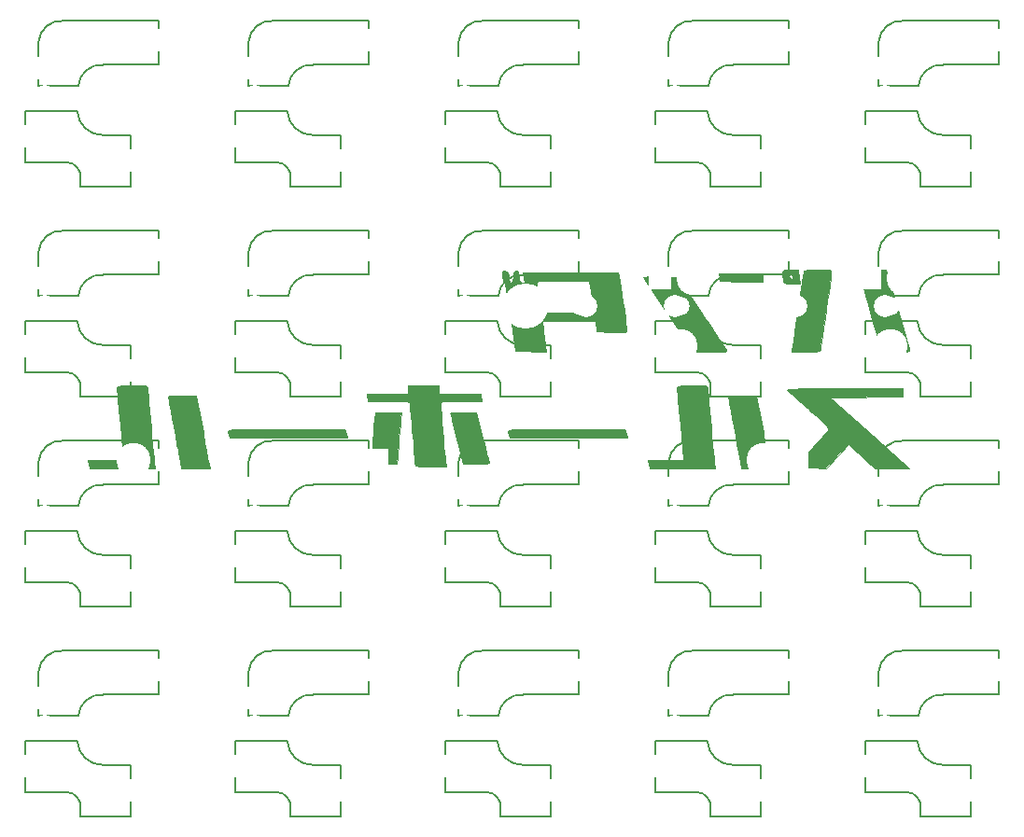
<source format=gbo>
G04 #@! TF.GenerationSoftware,KiCad,Pcbnew,5.0.2-bee76a0~70~ubuntu18.04.1*
G04 #@! TF.CreationDate,2019-02-22T00:54:51+09:00*
G04 #@! TF.ProjectId,next-keyboard,6e657874-2d6b-4657-9962-6f6172642e6b,rev?*
G04 #@! TF.SameCoordinates,Original*
G04 #@! TF.FileFunction,Legend,Bot*
G04 #@! TF.FilePolarity,Positive*
%FSLAX46Y46*%
G04 Gerber Fmt 4.6, Leading zero omitted, Abs format (unit mm)*
G04 Created by KiCad (PCBNEW 5.0.2-bee76a0~70~ubuntu18.04.1) date 2019年02月22日 00時54分51秒*
%MOMM*%
%LPD*%
G01*
G04 APERTURE LIST*
%ADD10C,0.150000*%
%ADD11C,0.010000*%
%ADD12R,2.102000X2.102000*%
%ADD13R,2.002000X2.102000*%
%ADD14C,3.102000*%
%ADD15C,4.102000*%
%ADD16C,2.002000*%
%ADD17C,1.802000*%
%ADD18O,1.702000X1.702000*%
%ADD19R,1.702000X1.702000*%
%ADD20C,3.302000*%
%ADD21C,5.102000*%
%ADD22C,1.702000*%
%ADD23R,1.902000X1.902000*%
%ADD24C,1.902000*%
%ADD25O,1.702000X2.102000*%
%ADD26C,1.302000*%
%ADD27C,1.626000*%
G04 APERTURE END LIST*
D10*
G04 #@! TO.C,SW4*
X88207500Y-62268800D02*
X88207500Y-62968800D01*
X88207500Y-62218800D02*
G75*
G03X86987500Y-60798800I-1320000J100000D01*
G01*
X87917500Y-56168800D02*
G75*
G03X90287500Y-58338800I2270000J100000D01*
G01*
X83212500Y-56168800D02*
X83187500Y-60768800D01*
X92787500Y-58368800D02*
X92787500Y-62968800D01*
X86987500Y-60793800D02*
X83212500Y-60793800D01*
X87912500Y-56143800D02*
X83212500Y-56143800D01*
X92762500Y-58343800D02*
X90212500Y-58343800D01*
X92762500Y-62993800D02*
X88212500Y-62993800D01*
X88002500Y-53848800D02*
G75*
G02X90262500Y-51968800I2070000J-190000D01*
G01*
X84398500Y-49848800D02*
G75*
G02X86662500Y-47964800I2074000J-190000D01*
G01*
X95287500Y-51918800D02*
X90237500Y-51964800D01*
X95287500Y-51872800D02*
X95287500Y-47964800D01*
X95287500Y-47964800D02*
X86662500Y-47964800D01*
X84387500Y-49918800D02*
X84387500Y-53863800D01*
X84387500Y-53872800D02*
X87997500Y-53872800D01*
G04 #@! TO.C,SW2*
X50107500Y-62268800D02*
X50107500Y-62968800D01*
X50107500Y-62218800D02*
G75*
G03X48887500Y-60798800I-1320000J100000D01*
G01*
X49817500Y-56168800D02*
G75*
G03X52187500Y-58338800I2270000J100000D01*
G01*
X45112500Y-56168800D02*
X45087500Y-60768800D01*
X54687500Y-58368800D02*
X54687500Y-62968800D01*
X48887500Y-60793800D02*
X45112500Y-60793800D01*
X49812500Y-56143800D02*
X45112500Y-56143800D01*
X54662500Y-58343800D02*
X52112500Y-58343800D01*
X54662500Y-62993800D02*
X50112500Y-62993800D01*
X49902500Y-53848800D02*
G75*
G02X52162500Y-51968800I2070000J-190000D01*
G01*
X46298500Y-49848800D02*
G75*
G02X48562500Y-47964800I2074000J-190000D01*
G01*
X57187500Y-51918800D02*
X52137500Y-51964800D01*
X57187500Y-51872800D02*
X57187500Y-47964800D01*
X57187500Y-47964800D02*
X48562500Y-47964800D01*
X46287500Y-49918800D02*
X46287500Y-53863800D01*
X46287500Y-53872800D02*
X49897500Y-53872800D01*
G04 #@! TO.C,SW12*
X50107500Y-100368800D02*
X50107500Y-101068800D01*
X50107500Y-100318800D02*
G75*
G03X48887500Y-98898800I-1320000J100000D01*
G01*
X49817500Y-94268800D02*
G75*
G03X52187500Y-96438800I2270000J100000D01*
G01*
X45112500Y-94268800D02*
X45087500Y-98868800D01*
X54687500Y-96468800D02*
X54687500Y-101068800D01*
X48887500Y-98893800D02*
X45112500Y-98893800D01*
X49812500Y-94243800D02*
X45112500Y-94243800D01*
X54662500Y-96443800D02*
X52112500Y-96443800D01*
X54662500Y-101093800D02*
X50112500Y-101093800D01*
X49902500Y-91948800D02*
G75*
G02X52162500Y-90068800I2070000J-190000D01*
G01*
X46298500Y-87948800D02*
G75*
G02X48562500Y-86064800I2074000J-190000D01*
G01*
X57187500Y-90018800D02*
X52137500Y-90064800D01*
X57187500Y-89972800D02*
X57187500Y-86064800D01*
X57187500Y-86064800D02*
X48562500Y-86064800D01*
X46287500Y-88018800D02*
X46287500Y-91963800D01*
X46287500Y-91972800D02*
X49897500Y-91972800D01*
G04 #@! TO.C,SW3*
X69157500Y-62268800D02*
X69157500Y-62968800D01*
X69157500Y-62218800D02*
G75*
G03X67937500Y-60798800I-1320000J100000D01*
G01*
X68867500Y-56168800D02*
G75*
G03X71237500Y-58338800I2270000J100000D01*
G01*
X64162500Y-56168800D02*
X64137500Y-60768800D01*
X73737500Y-58368800D02*
X73737500Y-62968800D01*
X67937500Y-60793800D02*
X64162500Y-60793800D01*
X68862500Y-56143800D02*
X64162500Y-56143800D01*
X73712500Y-58343800D02*
X71162500Y-58343800D01*
X73712500Y-62993800D02*
X69162500Y-62993800D01*
X68952500Y-53848800D02*
G75*
G02X71212500Y-51968800I2070000J-190000D01*
G01*
X65348500Y-49848800D02*
G75*
G02X67612500Y-47964800I2074000J-190000D01*
G01*
X76237500Y-51918800D02*
X71187500Y-51964800D01*
X76237500Y-51872800D02*
X76237500Y-47964800D01*
X76237500Y-47964800D02*
X67612500Y-47964800D01*
X65337500Y-49918800D02*
X65337500Y-53863800D01*
X65337500Y-53872800D02*
X68947500Y-53872800D01*
G04 #@! TO.C,SW5*
X107258000Y-62268800D02*
X107258000Y-62968800D01*
X107258000Y-62218800D02*
G75*
G03X106038000Y-60798800I-1320000J100000D01*
G01*
X106968000Y-56168800D02*
G75*
G03X109338000Y-58338800I2270000J100000D01*
G01*
X102263000Y-56168800D02*
X102238000Y-60768800D01*
X111838000Y-58368800D02*
X111838000Y-62968800D01*
X106038000Y-60793800D02*
X102263000Y-60793800D01*
X106963000Y-56143800D02*
X102263000Y-56143800D01*
X111813000Y-58343800D02*
X109263000Y-58343800D01*
X111813000Y-62993800D02*
X107263000Y-62993800D01*
X107053000Y-53848800D02*
G75*
G02X109313000Y-51968800I2070000J-190000D01*
G01*
X103449000Y-49848800D02*
G75*
G02X105713000Y-47964800I2074000J-190000D01*
G01*
X114338000Y-51918800D02*
X109288000Y-51964800D01*
X114338000Y-51872800D02*
X114338000Y-47964800D01*
X114338000Y-47964800D02*
X105713000Y-47964800D01*
X103438000Y-49918800D02*
X103438000Y-53863800D01*
X103438000Y-53872800D02*
X107048000Y-53872800D01*
G04 #@! TO.C,SW6*
X31057500Y-81318800D02*
X31057500Y-82018800D01*
X31057500Y-81268800D02*
G75*
G03X29837500Y-79848800I-1320000J100000D01*
G01*
X30767500Y-75218800D02*
G75*
G03X33137500Y-77388800I2270000J100000D01*
G01*
X26062500Y-75218800D02*
X26037500Y-79818800D01*
X35637500Y-77418800D02*
X35637500Y-82018800D01*
X29837500Y-79843800D02*
X26062500Y-79843800D01*
X30762500Y-75193800D02*
X26062500Y-75193800D01*
X35612500Y-77393800D02*
X33062500Y-77393800D01*
X35612500Y-82043800D02*
X31062500Y-82043800D01*
X30852500Y-72898800D02*
G75*
G02X33112500Y-71018800I2070000J-190000D01*
G01*
X27248500Y-68898800D02*
G75*
G02X29512500Y-67014800I2074000J-190000D01*
G01*
X38137500Y-70968800D02*
X33087500Y-71014800D01*
X38137500Y-70922800D02*
X38137500Y-67014800D01*
X38137500Y-67014800D02*
X29512500Y-67014800D01*
X27237500Y-68968800D02*
X27237500Y-72913800D01*
X27237500Y-72922800D02*
X30847500Y-72922800D01*
G04 #@! TO.C,SW7*
X50107500Y-81318800D02*
X50107500Y-82018800D01*
X50107500Y-81268800D02*
G75*
G03X48887500Y-79848800I-1320000J100000D01*
G01*
X49817500Y-75218800D02*
G75*
G03X52187500Y-77388800I2270000J100000D01*
G01*
X45112500Y-75218800D02*
X45087500Y-79818800D01*
X54687500Y-77418800D02*
X54687500Y-82018800D01*
X48887500Y-79843800D02*
X45112500Y-79843800D01*
X49812500Y-75193800D02*
X45112500Y-75193800D01*
X54662500Y-77393800D02*
X52112500Y-77393800D01*
X54662500Y-82043800D02*
X50112500Y-82043800D01*
X49902500Y-72898800D02*
G75*
G02X52162500Y-71018800I2070000J-190000D01*
G01*
X46298500Y-68898800D02*
G75*
G02X48562500Y-67014800I2074000J-190000D01*
G01*
X57187500Y-70968800D02*
X52137500Y-71014800D01*
X57187500Y-70922800D02*
X57187500Y-67014800D01*
X57187500Y-67014800D02*
X48562500Y-67014800D01*
X46287500Y-68968800D02*
X46287500Y-72913800D01*
X46287500Y-72922800D02*
X49897500Y-72922800D01*
G04 #@! TO.C,SW8*
X69157500Y-81318800D02*
X69157500Y-82018800D01*
X69157500Y-81268800D02*
G75*
G03X67937500Y-79848800I-1320000J100000D01*
G01*
X68867500Y-75218800D02*
G75*
G03X71237500Y-77388800I2270000J100000D01*
G01*
X64162500Y-75218800D02*
X64137500Y-79818800D01*
X73737500Y-77418800D02*
X73737500Y-82018800D01*
X67937500Y-79843800D02*
X64162500Y-79843800D01*
X68862500Y-75193800D02*
X64162500Y-75193800D01*
X73712500Y-77393800D02*
X71162500Y-77393800D01*
X73712500Y-82043800D02*
X69162500Y-82043800D01*
X68952500Y-72898800D02*
G75*
G02X71212500Y-71018800I2070000J-190000D01*
G01*
X65348500Y-68898800D02*
G75*
G02X67612500Y-67014800I2074000J-190000D01*
G01*
X76237500Y-70968800D02*
X71187500Y-71014800D01*
X76237500Y-70922800D02*
X76237500Y-67014800D01*
X76237500Y-67014800D02*
X67612500Y-67014800D01*
X65337500Y-68968800D02*
X65337500Y-72913800D01*
X65337500Y-72922800D02*
X68947500Y-72922800D01*
G04 #@! TO.C,SW9*
X88207500Y-81318800D02*
X88207500Y-82018800D01*
X88207500Y-81268800D02*
G75*
G03X86987500Y-79848800I-1320000J100000D01*
G01*
X87917500Y-75218800D02*
G75*
G03X90287500Y-77388800I2270000J100000D01*
G01*
X83212500Y-75218800D02*
X83187500Y-79818800D01*
X92787500Y-77418800D02*
X92787500Y-82018800D01*
X86987500Y-79843800D02*
X83212500Y-79843800D01*
X87912500Y-75193800D02*
X83212500Y-75193800D01*
X92762500Y-77393800D02*
X90212500Y-77393800D01*
X92762500Y-82043800D02*
X88212500Y-82043800D01*
X88002500Y-72898800D02*
G75*
G02X90262500Y-71018800I2070000J-190000D01*
G01*
X84398500Y-68898800D02*
G75*
G02X86662500Y-67014800I2074000J-190000D01*
G01*
X95287500Y-70968800D02*
X90237500Y-71014800D01*
X95287500Y-70922800D02*
X95287500Y-67014800D01*
X95287500Y-67014800D02*
X86662500Y-67014800D01*
X84387500Y-68968800D02*
X84387500Y-72913800D01*
X84387500Y-72922800D02*
X87997500Y-72922800D01*
G04 #@! TO.C,SW10*
X107258000Y-81318800D02*
X107258000Y-82018800D01*
X107258000Y-81268800D02*
G75*
G03X106038000Y-79848800I-1320000J100000D01*
G01*
X106968000Y-75218800D02*
G75*
G03X109338000Y-77388800I2270000J100000D01*
G01*
X102263000Y-75218800D02*
X102238000Y-79818800D01*
X111838000Y-77418800D02*
X111838000Y-82018800D01*
X106038000Y-79843800D02*
X102263000Y-79843800D01*
X106963000Y-75193800D02*
X102263000Y-75193800D01*
X111813000Y-77393800D02*
X109263000Y-77393800D01*
X111813000Y-82043800D02*
X107263000Y-82043800D01*
X107053000Y-72898800D02*
G75*
G02X109313000Y-71018800I2070000J-190000D01*
G01*
X103449000Y-68898800D02*
G75*
G02X105713000Y-67014800I2074000J-190000D01*
G01*
X114338000Y-70968800D02*
X109288000Y-71014800D01*
X114338000Y-70922800D02*
X114338000Y-67014800D01*
X114338000Y-67014800D02*
X105713000Y-67014800D01*
X103438000Y-68968800D02*
X103438000Y-72913800D01*
X103438000Y-72922800D02*
X107048000Y-72922800D01*
G04 #@! TO.C,SW11*
X31057500Y-100368800D02*
X31057500Y-101068800D01*
X31057500Y-100318800D02*
G75*
G03X29837500Y-98898800I-1320000J100000D01*
G01*
X30767500Y-94268800D02*
G75*
G03X33137500Y-96438800I2270000J100000D01*
G01*
X26062500Y-94268800D02*
X26037500Y-98868800D01*
X35637500Y-96468800D02*
X35637500Y-101068800D01*
X29837500Y-98893800D02*
X26062500Y-98893800D01*
X30762500Y-94243800D02*
X26062500Y-94243800D01*
X35612500Y-96443800D02*
X33062500Y-96443800D01*
X35612500Y-101093800D02*
X31062500Y-101093800D01*
X30852500Y-91948800D02*
G75*
G02X33112500Y-90068800I2070000J-190000D01*
G01*
X27248500Y-87948800D02*
G75*
G02X29512500Y-86064800I2074000J-190000D01*
G01*
X38137500Y-90018800D02*
X33087500Y-90064800D01*
X38137500Y-89972800D02*
X38137500Y-86064800D01*
X38137500Y-86064800D02*
X29512500Y-86064800D01*
X27237500Y-88018800D02*
X27237500Y-91963800D01*
X27237500Y-91972800D02*
X30847500Y-91972800D01*
G04 #@! TO.C,SW13*
X69157500Y-100368800D02*
X69157500Y-101068800D01*
X69157500Y-100318800D02*
G75*
G03X67937500Y-98898800I-1320000J100000D01*
G01*
X68867500Y-94268800D02*
G75*
G03X71237500Y-96438800I2270000J100000D01*
G01*
X64162500Y-94268800D02*
X64137500Y-98868800D01*
X73737500Y-96468800D02*
X73737500Y-101068800D01*
X67937500Y-98893800D02*
X64162500Y-98893800D01*
X68862500Y-94243800D02*
X64162500Y-94243800D01*
X73712500Y-96443800D02*
X71162500Y-96443800D01*
X73712500Y-101093800D02*
X69162500Y-101093800D01*
X68952500Y-91948800D02*
G75*
G02X71212500Y-90068800I2070000J-190000D01*
G01*
X65348500Y-87948800D02*
G75*
G02X67612500Y-86064800I2074000J-190000D01*
G01*
X76237500Y-90018800D02*
X71187500Y-90064800D01*
X76237500Y-89972800D02*
X76237500Y-86064800D01*
X76237500Y-86064800D02*
X67612500Y-86064800D01*
X65337500Y-88018800D02*
X65337500Y-91963800D01*
X65337500Y-91972800D02*
X68947500Y-91972800D01*
G04 #@! TO.C,SW14*
X88207500Y-100368800D02*
X88207500Y-101068800D01*
X88207500Y-100318800D02*
G75*
G03X86987500Y-98898800I-1320000J100000D01*
G01*
X87917500Y-94268800D02*
G75*
G03X90287500Y-96438800I2270000J100000D01*
G01*
X83212500Y-94268800D02*
X83187500Y-98868800D01*
X92787500Y-96468800D02*
X92787500Y-101068800D01*
X86987500Y-98893800D02*
X83212500Y-98893800D01*
X87912500Y-94243800D02*
X83212500Y-94243800D01*
X92762500Y-96443800D02*
X90212500Y-96443800D01*
X92762500Y-101093800D02*
X88212500Y-101093800D01*
X88002500Y-91948800D02*
G75*
G02X90262500Y-90068800I2070000J-190000D01*
G01*
X84398500Y-87948800D02*
G75*
G02X86662500Y-86064800I2074000J-190000D01*
G01*
X95287500Y-90018800D02*
X90237500Y-90064800D01*
X95287500Y-89972800D02*
X95287500Y-86064800D01*
X95287500Y-86064800D02*
X86662500Y-86064800D01*
X84387500Y-88018800D02*
X84387500Y-91963800D01*
X84387500Y-91972800D02*
X87997500Y-91972800D01*
G04 #@! TO.C,SW15*
X107258000Y-100368800D02*
X107258000Y-101068800D01*
X107258000Y-100318800D02*
G75*
G03X106038000Y-98898800I-1320000J100000D01*
G01*
X106968000Y-94268800D02*
G75*
G03X109338000Y-96438800I2270000J100000D01*
G01*
X102263000Y-94268800D02*
X102238000Y-98868800D01*
X111838000Y-96468800D02*
X111838000Y-101068800D01*
X106038000Y-98893800D02*
X102263000Y-98893800D01*
X106963000Y-94243800D02*
X102263000Y-94243800D01*
X111813000Y-96443800D02*
X109263000Y-96443800D01*
X111813000Y-101093800D02*
X107263000Y-101093800D01*
X107053000Y-91948800D02*
G75*
G02X109313000Y-90068800I2070000J-190000D01*
G01*
X103449000Y-87948800D02*
G75*
G02X105713000Y-86064800I2074000J-190000D01*
G01*
X114338000Y-90018800D02*
X109288000Y-90064800D01*
X114338000Y-89972800D02*
X114338000Y-86064800D01*
X114338000Y-86064800D02*
X105713000Y-86064800D01*
X103438000Y-88018800D02*
X103438000Y-91963800D01*
X103438000Y-91972800D02*
X107048000Y-91972800D01*
G04 #@! TO.C,SW16*
X31057500Y-119419000D02*
X31057500Y-120119000D01*
X31057500Y-119369000D02*
G75*
G03X29837500Y-117949000I-1320000J100000D01*
G01*
X30767500Y-113319000D02*
G75*
G03X33137500Y-115489000I2270000J100000D01*
G01*
X26062500Y-113319000D02*
X26037500Y-117919000D01*
X35637500Y-115519000D02*
X35637500Y-120119000D01*
X29837500Y-117944000D02*
X26062500Y-117944000D01*
X30762500Y-113294000D02*
X26062500Y-113294000D01*
X35612500Y-115494000D02*
X33062500Y-115494000D01*
X35612500Y-120144000D02*
X31062500Y-120144000D01*
X30852500Y-110999000D02*
G75*
G02X33112500Y-109119000I2070000J-190000D01*
G01*
X27248500Y-106999000D02*
G75*
G02X29512500Y-105115000I2074000J-190000D01*
G01*
X38137500Y-109069000D02*
X33087500Y-109115000D01*
X38137500Y-109023000D02*
X38137500Y-105115000D01*
X38137500Y-105115000D02*
X29512500Y-105115000D01*
X27237500Y-107069000D02*
X27237500Y-111014000D01*
X27237500Y-111023000D02*
X30847500Y-111023000D01*
G04 #@! TO.C,SW17*
X50107500Y-119419000D02*
X50107500Y-120119000D01*
X50107500Y-119369000D02*
G75*
G03X48887500Y-117949000I-1320000J100000D01*
G01*
X49817500Y-113319000D02*
G75*
G03X52187500Y-115489000I2270000J100000D01*
G01*
X45112500Y-113319000D02*
X45087500Y-117919000D01*
X54687500Y-115519000D02*
X54687500Y-120119000D01*
X48887500Y-117944000D02*
X45112500Y-117944000D01*
X49812500Y-113294000D02*
X45112500Y-113294000D01*
X54662500Y-115494000D02*
X52112500Y-115494000D01*
X54662500Y-120144000D02*
X50112500Y-120144000D01*
X49902500Y-110999000D02*
G75*
G02X52162500Y-109119000I2070000J-190000D01*
G01*
X46298500Y-106999000D02*
G75*
G02X48562500Y-105115000I2074000J-190000D01*
G01*
X57187500Y-109069000D02*
X52137500Y-109115000D01*
X57187500Y-109023000D02*
X57187500Y-105115000D01*
X57187500Y-105115000D02*
X48562500Y-105115000D01*
X46287500Y-107069000D02*
X46287500Y-111014000D01*
X46287500Y-111023000D02*
X49897500Y-111023000D01*
G04 #@! TO.C,SW18*
X69157500Y-119419000D02*
X69157500Y-120119000D01*
X69157500Y-119369000D02*
G75*
G03X67937500Y-117949000I-1320000J100000D01*
G01*
X68867500Y-113319000D02*
G75*
G03X71237500Y-115489000I2270000J100000D01*
G01*
X64162500Y-113319000D02*
X64137500Y-117919000D01*
X73737500Y-115519000D02*
X73737500Y-120119000D01*
X67937500Y-117944000D02*
X64162500Y-117944000D01*
X68862500Y-113294000D02*
X64162500Y-113294000D01*
X73712500Y-115494000D02*
X71162500Y-115494000D01*
X73712500Y-120144000D02*
X69162500Y-120144000D01*
X68952500Y-110999000D02*
G75*
G02X71212500Y-109119000I2070000J-190000D01*
G01*
X65348500Y-106999000D02*
G75*
G02X67612500Y-105115000I2074000J-190000D01*
G01*
X76237500Y-109069000D02*
X71187500Y-109115000D01*
X76237500Y-109023000D02*
X76237500Y-105115000D01*
X76237500Y-105115000D02*
X67612500Y-105115000D01*
X65337500Y-107069000D02*
X65337500Y-111014000D01*
X65337500Y-111023000D02*
X68947500Y-111023000D01*
G04 #@! TO.C,SW19*
X88207500Y-119419000D02*
X88207500Y-120119000D01*
X88207500Y-119369000D02*
G75*
G03X86987500Y-117949000I-1320000J100000D01*
G01*
X87917500Y-113319000D02*
G75*
G03X90287500Y-115489000I2270000J100000D01*
G01*
X83212500Y-113319000D02*
X83187500Y-117919000D01*
X92787500Y-115519000D02*
X92787500Y-120119000D01*
X86987500Y-117944000D02*
X83212500Y-117944000D01*
X87912500Y-113294000D02*
X83212500Y-113294000D01*
X92762500Y-115494000D02*
X90212500Y-115494000D01*
X92762500Y-120144000D02*
X88212500Y-120144000D01*
X88002500Y-110999000D02*
G75*
G02X90262500Y-109119000I2070000J-190000D01*
G01*
X84398500Y-106999000D02*
G75*
G02X86662500Y-105115000I2074000J-190000D01*
G01*
X95287500Y-109069000D02*
X90237500Y-109115000D01*
X95287500Y-109023000D02*
X95287500Y-105115000D01*
X95287500Y-105115000D02*
X86662500Y-105115000D01*
X84387500Y-107069000D02*
X84387500Y-111014000D01*
X84387500Y-111023000D02*
X87997500Y-111023000D01*
G04 #@! TO.C,SW20*
X107258000Y-119419000D02*
X107258000Y-120119000D01*
X107258000Y-119369000D02*
G75*
G03X106038000Y-117949000I-1320000J100000D01*
G01*
X106968000Y-113319000D02*
G75*
G03X109338000Y-115489000I2270000J100000D01*
G01*
X102263000Y-113319000D02*
X102238000Y-117919000D01*
X111838000Y-115519000D02*
X111838000Y-120119000D01*
X106038000Y-117944000D02*
X102263000Y-117944000D01*
X106963000Y-113294000D02*
X102263000Y-113294000D01*
X111813000Y-115494000D02*
X109263000Y-115494000D01*
X111813000Y-120144000D02*
X107263000Y-120144000D01*
X107053000Y-110999000D02*
G75*
G02X109313000Y-109119000I2070000J-190000D01*
G01*
X103449000Y-106999000D02*
G75*
G02X105713000Y-105115000I2074000J-190000D01*
G01*
X114338000Y-109069000D02*
X109288000Y-109115000D01*
X114338000Y-109023000D02*
X114338000Y-105115000D01*
X114338000Y-105115000D02*
X105713000Y-105115000D01*
X103438000Y-107069000D02*
X103438000Y-111014000D01*
X103438000Y-111023000D02*
X107048000Y-111023000D01*
G04 #@! TO.C,SW1*
X31057500Y-62268800D02*
X31057500Y-62968800D01*
X31057500Y-62218800D02*
G75*
G03X29837500Y-60798800I-1320000J100000D01*
G01*
X30767500Y-56168800D02*
G75*
G03X33137500Y-58338800I2270000J100000D01*
G01*
X26062500Y-56168800D02*
X26037500Y-60768800D01*
X35637500Y-58368800D02*
X35637500Y-62968800D01*
X29837500Y-60793800D02*
X26062500Y-60793800D01*
X30762500Y-56143800D02*
X26062500Y-56143800D01*
X35612500Y-58343800D02*
X33062500Y-58343800D01*
X35612500Y-62993800D02*
X31062500Y-62993800D01*
X30852500Y-53848800D02*
G75*
G02X33112500Y-51968800I2070000J-190000D01*
G01*
X27248500Y-49848800D02*
G75*
G02X29512500Y-47964800I2074000J-190000D01*
G01*
X38137500Y-51918800D02*
X33087500Y-51964800D01*
X38137500Y-51872800D02*
X38137500Y-47964800D01*
X38137500Y-47964800D02*
X29512500Y-47964800D01*
X27237500Y-49918800D02*
X27237500Y-53863800D01*
X27237500Y-53872800D02*
X30847500Y-53872800D01*
D11*
G04 #@! TO.C,G\002A\002A\002A*
G36*
X88986815Y-71247000D02*
X89027000Y-71596250D01*
X90963750Y-71631307D01*
X92900500Y-71666365D01*
X92900500Y-70897750D01*
X88946629Y-70897750D01*
X88986815Y-71247000D01*
X88986815Y-71247000D01*
G37*
X88986815Y-71247000D02*
X89027000Y-71596250D01*
X90963750Y-71631307D01*
X92900500Y-71666365D01*
X92900500Y-70897750D01*
X88946629Y-70897750D01*
X88986815Y-71247000D01*
G36*
X94750226Y-70594149D02*
X94671476Y-70776685D01*
X94708073Y-71130867D01*
X94757875Y-71389875D01*
X94815886Y-71614464D01*
X94919997Y-71732786D01*
X95138770Y-71778871D01*
X95540764Y-71786748D01*
X95557463Y-71786750D01*
X96277676Y-71786750D01*
X96209548Y-71194024D01*
X95672063Y-71194024D01*
X95617355Y-71375279D01*
X95513313Y-71405750D01*
X95348437Y-71298919D01*
X95313500Y-71141166D01*
X95380413Y-70954968D01*
X95522031Y-70950177D01*
X95649678Y-71113719D01*
X95672063Y-71194024D01*
X96209548Y-71194024D01*
X96139000Y-70580250D01*
X95408750Y-70542162D01*
X94983069Y-70532796D01*
X94750226Y-70594149D01*
X94750226Y-70594149D01*
G37*
X94750226Y-70594149D02*
X94671476Y-70776685D01*
X94708073Y-71130867D01*
X94757875Y-71389875D01*
X94815886Y-71614464D01*
X94919997Y-71732786D01*
X95138770Y-71778871D01*
X95540764Y-71786748D01*
X95557463Y-71786750D01*
X96277676Y-71786750D01*
X96209548Y-71194024D01*
X95672063Y-71194024D01*
X95617355Y-71375279D01*
X95513313Y-71405750D01*
X95348437Y-71298919D01*
X95313500Y-71141166D01*
X95380413Y-70954968D01*
X95522031Y-70950177D01*
X95649678Y-71113719D01*
X95672063Y-71194024D01*
X96209548Y-71194024D01*
X96139000Y-70580250D01*
X95408750Y-70542162D01*
X94983069Y-70532796D01*
X94750226Y-70594149D01*
G36*
X69345811Y-70670817D02*
X69291301Y-70796898D01*
X69317682Y-71089305D01*
X69331738Y-71179694D01*
X69411652Y-71528303D01*
X69508914Y-71757869D01*
X69541346Y-71792216D01*
X69592295Y-71934487D01*
X69669213Y-72293217D01*
X69765988Y-72832900D01*
X69876510Y-73518030D01*
X69994668Y-74313099D01*
X70077493Y-74907522D01*
X70489734Y-77946250D01*
X73251524Y-78018708D01*
X73170012Y-77315729D01*
X73103988Y-76746309D01*
X73033050Y-76134487D01*
X73007515Y-75914250D01*
X72926529Y-75215750D01*
X77772168Y-75215750D01*
X77851000Y-76168250D01*
X79216250Y-76204296D01*
X79818475Y-76217625D01*
X80211400Y-76214580D01*
X80439568Y-76187779D01*
X80547519Y-76129838D01*
X80579795Y-76033377D01*
X80581500Y-75978020D01*
X80563501Y-75774328D01*
X80514332Y-75370314D01*
X80441240Y-74816732D01*
X80391295Y-74453750D01*
X77620581Y-74453750D01*
X75229960Y-74453750D01*
X74396718Y-74452984D01*
X73782803Y-74447995D01*
X73353543Y-74434740D01*
X73074264Y-74409178D01*
X72910295Y-74367270D01*
X72826961Y-74304975D01*
X72789592Y-74218250D01*
X72778066Y-74168000D01*
X72713830Y-73818592D01*
X72638931Y-73339496D01*
X72564535Y-72812366D01*
X72501805Y-72318858D01*
X72461905Y-71940625D01*
X72453500Y-71794172D01*
X72462740Y-71702359D01*
X72513163Y-71635019D01*
X72638823Y-71588362D01*
X72873776Y-71558599D01*
X73252077Y-71541941D01*
X73807780Y-71534599D01*
X74574941Y-71532784D01*
X74803000Y-71532750D01*
X75544541Y-71534378D01*
X76190706Y-71538906D01*
X76701797Y-71545800D01*
X77038118Y-71554524D01*
X77159960Y-71564500D01*
X77181584Y-71694791D01*
X77234686Y-72024716D01*
X77311056Y-72503028D01*
X77394000Y-73025000D01*
X77620581Y-74453750D01*
X80391295Y-74453750D01*
X80351473Y-74164340D01*
X80252277Y-73463891D01*
X80150897Y-72766143D01*
X80054582Y-72121850D01*
X79970576Y-71581768D01*
X79906128Y-71196653D01*
X79878841Y-71056500D01*
X79814661Y-70770750D01*
X71161174Y-70770750D01*
X71249002Y-71290597D01*
X71291591Y-71617077D01*
X71258073Y-71756854D01*
X71129572Y-71770691D01*
X71101415Y-71765751D01*
X70936570Y-71662404D01*
X70849620Y-71394544D01*
X70826948Y-71182404D01*
X70778787Y-70832927D01*
X70679837Y-70674601D01*
X70541198Y-70643750D01*
X70386594Y-70683579D01*
X70313551Y-70845601D01*
X70294528Y-71193619D01*
X70294500Y-71215250D01*
X70269570Y-71591933D01*
X70184799Y-71763512D01*
X70104000Y-71786750D01*
X69952460Y-71673665D01*
X69913500Y-71416137D01*
X69865702Y-70953240D01*
X69714162Y-70704315D01*
X69502681Y-70643750D01*
X69345811Y-70670817D01*
X69345811Y-70670817D01*
G37*
X69345811Y-70670817D02*
X69291301Y-70796898D01*
X69317682Y-71089305D01*
X69331738Y-71179694D01*
X69411652Y-71528303D01*
X69508914Y-71757869D01*
X69541346Y-71792216D01*
X69592295Y-71934487D01*
X69669213Y-72293217D01*
X69765988Y-72832900D01*
X69876510Y-73518030D01*
X69994668Y-74313099D01*
X70077493Y-74907522D01*
X70489734Y-77946250D01*
X73251524Y-78018708D01*
X73170012Y-77315729D01*
X73103988Y-76746309D01*
X73033050Y-76134487D01*
X73007515Y-75914250D01*
X72926529Y-75215750D01*
X77772168Y-75215750D01*
X77851000Y-76168250D01*
X79216250Y-76204296D01*
X79818475Y-76217625D01*
X80211400Y-76214580D01*
X80439568Y-76187779D01*
X80547519Y-76129838D01*
X80579795Y-76033377D01*
X80581500Y-75978020D01*
X80563501Y-75774328D01*
X80514332Y-75370314D01*
X80441240Y-74816732D01*
X80391295Y-74453750D01*
X77620581Y-74453750D01*
X75229960Y-74453750D01*
X74396718Y-74452984D01*
X73782803Y-74447995D01*
X73353543Y-74434740D01*
X73074264Y-74409178D01*
X72910295Y-74367270D01*
X72826961Y-74304975D01*
X72789592Y-74218250D01*
X72778066Y-74168000D01*
X72713830Y-73818592D01*
X72638931Y-73339496D01*
X72564535Y-72812366D01*
X72501805Y-72318858D01*
X72461905Y-71940625D01*
X72453500Y-71794172D01*
X72462740Y-71702359D01*
X72513163Y-71635019D01*
X72638823Y-71588362D01*
X72873776Y-71558599D01*
X73252077Y-71541941D01*
X73807780Y-71534599D01*
X74574941Y-71532784D01*
X74803000Y-71532750D01*
X75544541Y-71534378D01*
X76190706Y-71538906D01*
X76701797Y-71545800D01*
X77038118Y-71554524D01*
X77159960Y-71564500D01*
X77181584Y-71694791D01*
X77234686Y-72024716D01*
X77311056Y-72503028D01*
X77394000Y-73025000D01*
X77620581Y-74453750D01*
X80391295Y-74453750D01*
X80351473Y-74164340D01*
X80252277Y-73463891D01*
X80150897Y-72766143D01*
X80054582Y-72121850D01*
X79970576Y-71581768D01*
X79906128Y-71196653D01*
X79878841Y-71056500D01*
X79814661Y-70770750D01*
X71161174Y-70770750D01*
X71249002Y-71290597D01*
X71291591Y-71617077D01*
X71258073Y-71756854D01*
X71129572Y-71770691D01*
X71101415Y-71765751D01*
X70936570Y-71662404D01*
X70849620Y-71394544D01*
X70826948Y-71182404D01*
X70778787Y-70832927D01*
X70679837Y-70674601D01*
X70541198Y-70643750D01*
X70386594Y-70683579D01*
X70313551Y-70845601D01*
X70294528Y-71193619D01*
X70294500Y-71215250D01*
X70269570Y-71591933D01*
X70184799Y-71763512D01*
X70104000Y-71786750D01*
X69952460Y-71673665D01*
X69913500Y-71416137D01*
X69865702Y-70953240D01*
X69714162Y-70704315D01*
X69502681Y-70643750D01*
X69345811Y-70670817D01*
G36*
X82576673Y-71174038D02*
X82240358Y-71187289D01*
X82106080Y-71209889D01*
X82105500Y-71211732D01*
X82173359Y-71330069D01*
X82365740Y-71633770D01*
X82665856Y-72097139D01*
X83056917Y-72694479D01*
X83522133Y-73400095D01*
X84044716Y-74188290D01*
X84348475Y-74644641D01*
X86591450Y-78009750D01*
X88162944Y-78009750D01*
X88815742Y-78007299D01*
X89252201Y-77996095D01*
X89509963Y-77970358D01*
X89626671Y-77924307D01*
X89639969Y-77852163D01*
X89610410Y-77787500D01*
X89510206Y-77628950D01*
X89286720Y-77287917D01*
X88958652Y-76792527D01*
X88544702Y-76170906D01*
X88063572Y-75451182D01*
X87533960Y-74661481D01*
X87351692Y-74390250D01*
X85217000Y-71215250D01*
X83661250Y-71179591D01*
X83066484Y-71171137D01*
X82576673Y-71174038D01*
X82576673Y-71174038D01*
G37*
X82576673Y-71174038D02*
X82240358Y-71187289D01*
X82106080Y-71209889D01*
X82105500Y-71211732D01*
X82173359Y-71330069D01*
X82365740Y-71633770D01*
X82665856Y-72097139D01*
X83056917Y-72694479D01*
X83522133Y-73400095D01*
X84044716Y-74188290D01*
X84348475Y-74644641D01*
X86591450Y-78009750D01*
X88162944Y-78009750D01*
X88815742Y-78007299D01*
X89252201Y-77996095D01*
X89509963Y-77970358D01*
X89626671Y-77924307D01*
X89639969Y-77852163D01*
X89610410Y-77787500D01*
X89510206Y-77628950D01*
X89286720Y-77287917D01*
X88958652Y-76792527D01*
X88544702Y-76170906D01*
X88063572Y-75451182D01*
X87533960Y-74661481D01*
X87351692Y-74390250D01*
X85217000Y-71215250D01*
X83661250Y-71179591D01*
X83066484Y-71171137D01*
X82576673Y-71174038D01*
G36*
X97397051Y-70528868D02*
X96970712Y-70561398D01*
X96705515Y-70608604D01*
X96650250Y-70638492D01*
X96620871Y-70778063D01*
X96561596Y-71130437D01*
X96478131Y-71656926D01*
X96376182Y-72318842D01*
X96261455Y-73077496D01*
X96139656Y-73894200D01*
X96016492Y-74730264D01*
X95897668Y-75547001D01*
X95788891Y-76305721D01*
X95695866Y-76967736D01*
X95624299Y-77494357D01*
X95579898Y-77846896D01*
X95567766Y-77978000D01*
X95685677Y-77991339D01*
X96003782Y-78001917D01*
X96468278Y-78008386D01*
X96835081Y-78009750D01*
X97412794Y-78006589D01*
X97785323Y-77990131D01*
X98001467Y-77949909D01*
X98110027Y-77875457D01*
X98159800Y-77756311D01*
X98167495Y-77724000D01*
X98206921Y-77500985D01*
X98272679Y-77074355D01*
X98359066Y-76485680D01*
X98460376Y-75776531D01*
X98570904Y-74988479D01*
X98684944Y-74163094D01*
X98796791Y-73341948D01*
X98900740Y-72566611D01*
X98991085Y-71878654D01*
X99062122Y-71319648D01*
X99108144Y-70931163D01*
X99123500Y-70758189D01*
X99102124Y-70645459D01*
X99006698Y-70574410D01*
X98790274Y-70535590D01*
X98405906Y-70519544D01*
X97924496Y-70516750D01*
X97397051Y-70528868D01*
X97397051Y-70528868D01*
G37*
X97397051Y-70528868D02*
X96970712Y-70561398D01*
X96705515Y-70608604D01*
X96650250Y-70638492D01*
X96620871Y-70778063D01*
X96561596Y-71130437D01*
X96478131Y-71656926D01*
X96376182Y-72318842D01*
X96261455Y-73077496D01*
X96139656Y-73894200D01*
X96016492Y-74730264D01*
X95897668Y-75547001D01*
X95788891Y-76305721D01*
X95695866Y-76967736D01*
X95624299Y-77494357D01*
X95579898Y-77846896D01*
X95567766Y-77978000D01*
X95685677Y-77991339D01*
X96003782Y-78001917D01*
X96468278Y-78008386D01*
X96835081Y-78009750D01*
X97412794Y-78006589D01*
X97785323Y-77990131D01*
X98001467Y-77949909D01*
X98110027Y-77875457D01*
X98159800Y-77756311D01*
X98167495Y-77724000D01*
X98206921Y-77500985D01*
X98272679Y-77074355D01*
X98359066Y-76485680D01*
X98460376Y-75776531D01*
X98570904Y-74988479D01*
X98684944Y-74163094D01*
X98796791Y-73341948D01*
X98900740Y-72566611D01*
X98991085Y-71878654D01*
X99062122Y-71319648D01*
X99108144Y-70931163D01*
X99123500Y-70758189D01*
X99102124Y-70645459D01*
X99006698Y-70574410D01*
X98790274Y-70535590D01*
X98405906Y-70519544D01*
X97924496Y-70516750D01*
X97397051Y-70528868D01*
G36*
X101958000Y-70542253D02*
X101755492Y-70579729D01*
X101673410Y-70650645D01*
X101663500Y-70709441D01*
X101697876Y-70885502D01*
X101795444Y-71275286D01*
X101947866Y-71848795D01*
X102146804Y-72576033D01*
X102383919Y-73427003D01*
X102650874Y-74371706D01*
X102939331Y-75380147D01*
X103240950Y-76422328D01*
X103454461Y-77152500D01*
X103706256Y-78009750D01*
X104970878Y-78009750D01*
X105502305Y-78000867D01*
X105922981Y-77976920D01*
X106179222Y-77941965D01*
X106232185Y-77914500D01*
X106197399Y-77772796D01*
X106100611Y-77418185D01*
X105950575Y-76881703D01*
X105756045Y-76194389D01*
X105525775Y-75387281D01*
X105268520Y-74491416D01*
X105184435Y-74199750D01*
X104140000Y-70580250D01*
X102901750Y-70543901D01*
X102325298Y-70532287D01*
X101958000Y-70542253D01*
X101958000Y-70542253D01*
G37*
X101958000Y-70542253D02*
X101755492Y-70579729D01*
X101673410Y-70650645D01*
X101663500Y-70709441D01*
X101697876Y-70885502D01*
X101795444Y-71275286D01*
X101947866Y-71848795D01*
X102146804Y-72576033D01*
X102383919Y-73427003D01*
X102650874Y-74371706D01*
X102939331Y-75380147D01*
X103240950Y-76422328D01*
X103454461Y-77152500D01*
X103706256Y-78009750D01*
X104970878Y-78009750D01*
X105502305Y-78000867D01*
X105922981Y-77976920D01*
X106179222Y-77941965D01*
X106232185Y-77914500D01*
X106197399Y-77772796D01*
X106100611Y-77418185D01*
X105950575Y-76881703D01*
X105756045Y-76194389D01*
X105525775Y-75387281D01*
X105268520Y-74491416D01*
X105184435Y-74199750D01*
X104140000Y-70580250D01*
X102901750Y-70543901D01*
X102325298Y-70532287D01*
X101958000Y-70542253D01*
G36*
X48668716Y-84999716D02*
X47706255Y-85005730D01*
X46811022Y-85014845D01*
X46015137Y-85027032D01*
X45350722Y-85042261D01*
X44849896Y-85060503D01*
X44544780Y-85081728D01*
X44463622Y-85099710D01*
X44440741Y-85294756D01*
X44470939Y-85480710D01*
X44543125Y-85756750D01*
X55211125Y-85756750D01*
X55134547Y-85471000D01*
X55073213Y-85207390D01*
X55056235Y-85090000D01*
X54934146Y-85066778D01*
X54590200Y-85046923D01*
X54056518Y-85030404D01*
X53365221Y-85017193D01*
X52548428Y-85007260D01*
X51638261Y-85000575D01*
X50666839Y-84997109D01*
X49666284Y-84996832D01*
X48668716Y-84999716D01*
X48668716Y-84999716D01*
G37*
X48668716Y-84999716D02*
X47706255Y-85005730D01*
X46811022Y-85014845D01*
X46015137Y-85027032D01*
X45350722Y-85042261D01*
X44849896Y-85060503D01*
X44544780Y-85081728D01*
X44463622Y-85099710D01*
X44440741Y-85294756D01*
X44470939Y-85480710D01*
X44543125Y-85756750D01*
X55211125Y-85756750D01*
X55134547Y-85471000D01*
X55073213Y-85207390D01*
X55056235Y-85090000D01*
X54934146Y-85066778D01*
X54590200Y-85046923D01*
X54056518Y-85030404D01*
X53365221Y-85017193D01*
X52548428Y-85007260D01*
X51638261Y-85000575D01*
X50666839Y-84997109D01*
X49666284Y-84996832D01*
X48668716Y-84999716D01*
G36*
X74068716Y-84999716D02*
X73106255Y-85005730D01*
X72211022Y-85014845D01*
X71415137Y-85027032D01*
X70750722Y-85042261D01*
X70249896Y-85060503D01*
X69944780Y-85081728D01*
X69863622Y-85099710D01*
X69840741Y-85294756D01*
X69870939Y-85480710D01*
X69943125Y-85756750D01*
X80611125Y-85756750D01*
X80534547Y-85471000D01*
X80473213Y-85207390D01*
X80456235Y-85090000D01*
X80334146Y-85066778D01*
X79990200Y-85046923D01*
X79456518Y-85030404D01*
X78765221Y-85017193D01*
X77948428Y-85007260D01*
X77038261Y-85000575D01*
X76066839Y-84997109D01*
X75066284Y-84996832D01*
X74068716Y-84999716D01*
X74068716Y-84999716D01*
G37*
X74068716Y-84999716D02*
X73106255Y-85005730D01*
X72211022Y-85014845D01*
X71415137Y-85027032D01*
X70750722Y-85042261D01*
X70249896Y-85060503D01*
X69944780Y-85081728D01*
X69863622Y-85099710D01*
X69840741Y-85294756D01*
X69870939Y-85480710D01*
X69943125Y-85756750D01*
X80611125Y-85756750D01*
X80534547Y-85471000D01*
X80473213Y-85207390D01*
X80456235Y-85090000D01*
X80334146Y-85066778D01*
X79990200Y-85046923D01*
X79456518Y-85030404D01*
X78765221Y-85017193D01*
X77948428Y-85007260D01*
X77038261Y-85000575D01*
X76066839Y-84997109D01*
X75066284Y-84996832D01*
X74068716Y-84999716D01*
G36*
X57680168Y-84264500D02*
X57641917Y-84718536D01*
X57597018Y-85338542D01*
X57551538Y-86036802D01*
X57517638Y-86614000D01*
X57431518Y-88169750D01*
X59729666Y-88169750D01*
X59799951Y-87566500D01*
X59841000Y-87153358D01*
X59887723Y-86590774D01*
X59931635Y-85982913D01*
X59942180Y-85820250D01*
X59984020Y-85218279D01*
X60031374Y-84632686D01*
X60075648Y-84167640D01*
X60086229Y-84074000D01*
X60158335Y-83470750D01*
X57756577Y-83470750D01*
X57680168Y-84264500D01*
X57680168Y-84264500D01*
G37*
X57680168Y-84264500D02*
X57641917Y-84718536D01*
X57597018Y-85338542D01*
X57551538Y-86036802D01*
X57517638Y-86614000D01*
X57431518Y-88169750D01*
X59729666Y-88169750D01*
X59799951Y-87566500D01*
X59841000Y-87153358D01*
X59887723Y-86590774D01*
X59931635Y-85982913D01*
X59942180Y-85820250D01*
X59984020Y-85218279D01*
X60031374Y-84632686D01*
X60075648Y-84167640D01*
X60086229Y-84074000D01*
X60158335Y-83470750D01*
X57756577Y-83470750D01*
X57680168Y-84264500D01*
G36*
X64841068Y-83506478D02*
X64612158Y-83538479D01*
X64578194Y-83561234D01*
X64608749Y-83710484D01*
X64694457Y-84064539D01*
X64825083Y-84582763D01*
X64990391Y-85224522D01*
X65171261Y-85915500D01*
X65765633Y-88169750D01*
X66952987Y-88169750D01*
X67505818Y-88167318D01*
X67849604Y-88152342D01*
X68029294Y-88113303D01*
X68089842Y-88038681D01*
X68076198Y-87916956D01*
X68068030Y-87884000D01*
X68011843Y-87668004D01*
X67903069Y-87254863D01*
X67754473Y-86692881D01*
X67578821Y-86030360D01*
X67455536Y-85566250D01*
X66915351Y-83534250D01*
X65747426Y-83497734D01*
X65238173Y-83491881D01*
X64841068Y-83506478D01*
X64841068Y-83506478D01*
G37*
X64841068Y-83506478D02*
X64612158Y-83538479D01*
X64578194Y-83561234D01*
X64608749Y-83710484D01*
X64694457Y-84064539D01*
X64825083Y-84582763D01*
X64990391Y-85224522D01*
X65171261Y-85915500D01*
X65765633Y-88169750D01*
X66952987Y-88169750D01*
X67505818Y-88167318D01*
X67849604Y-88152342D01*
X68029294Y-88113303D01*
X68089842Y-88038681D01*
X68076198Y-87916956D01*
X68068030Y-87884000D01*
X68011843Y-87668004D01*
X67903069Y-87254863D01*
X67754473Y-86692881D01*
X67578821Y-86030360D01*
X67455536Y-85566250D01*
X66915351Y-83534250D01*
X65747426Y-83497734D01*
X65238173Y-83491881D01*
X64841068Y-83506478D01*
G36*
X60769500Y-81819750D02*
X56994723Y-81819750D01*
X57116111Y-82454750D01*
X59006306Y-82454750D01*
X59781266Y-82460273D01*
X60330054Y-82478389D01*
X60680288Y-82511415D01*
X60859588Y-82561667D01*
X60898544Y-82613500D01*
X60910371Y-82782232D01*
X60942295Y-83164561D01*
X60990869Y-83721175D01*
X61052645Y-84412765D01*
X61124175Y-85200020D01*
X61151969Y-85502750D01*
X61225945Y-86310238D01*
X61291360Y-87031828D01*
X61344810Y-87629371D01*
X61382895Y-88064717D01*
X61402213Y-88299720D01*
X61403925Y-88328500D01*
X61522633Y-88366678D01*
X61844169Y-88397564D01*
X62317391Y-88417690D01*
X62809282Y-88423750D01*
X64214064Y-88423750D01*
X64141784Y-87884000D01*
X64109850Y-87599773D01*
X64063517Y-87128419D01*
X64007089Y-86519966D01*
X63944869Y-85824443D01*
X63881163Y-85091879D01*
X63820276Y-84372304D01*
X63766511Y-83715746D01*
X63724173Y-83172234D01*
X63697567Y-82791799D01*
X63690500Y-82638895D01*
X63729363Y-82566170D01*
X63869068Y-82514835D01*
X64144289Y-82481508D01*
X64589701Y-82462806D01*
X65239979Y-82455345D01*
X65577889Y-82454750D01*
X67465278Y-82454750D01*
X67343890Y-81819750D01*
X63563500Y-81819750D01*
X63563500Y-81057750D01*
X60769500Y-81057750D01*
X60769500Y-81819750D01*
X60769500Y-81819750D01*
G37*
X60769500Y-81819750D02*
X56994723Y-81819750D01*
X57116111Y-82454750D01*
X59006306Y-82454750D01*
X59781266Y-82460273D01*
X60330054Y-82478389D01*
X60680288Y-82511415D01*
X60859588Y-82561667D01*
X60898544Y-82613500D01*
X60910371Y-82782232D01*
X60942295Y-83164561D01*
X60990869Y-83721175D01*
X61052645Y-84412765D01*
X61124175Y-85200020D01*
X61151969Y-85502750D01*
X61225945Y-86310238D01*
X61291360Y-87031828D01*
X61344810Y-87629371D01*
X61382895Y-88064717D01*
X61402213Y-88299720D01*
X61403925Y-88328500D01*
X61522633Y-88366678D01*
X61844169Y-88397564D01*
X62317391Y-88417690D01*
X62809282Y-88423750D01*
X64214064Y-88423750D01*
X64141784Y-87884000D01*
X64109850Y-87599773D01*
X64063517Y-87128419D01*
X64007089Y-86519966D01*
X63944869Y-85824443D01*
X63881163Y-85091879D01*
X63820276Y-84372304D01*
X63766511Y-83715746D01*
X63724173Y-83172234D01*
X63697567Y-82791799D01*
X63690500Y-82638895D01*
X63729363Y-82566170D01*
X63869068Y-82514835D01*
X64144289Y-82481508D01*
X64589701Y-82462806D01*
X65239979Y-82455345D01*
X65577889Y-82454750D01*
X67465278Y-82454750D01*
X67343890Y-81819750D01*
X63563500Y-81819750D01*
X63563500Y-81057750D01*
X60769500Y-81057750D01*
X60769500Y-81819750D01*
G36*
X35135837Y-81061623D02*
X34732266Y-81077810D01*
X34496938Y-81113156D01*
X34387003Y-81174510D01*
X34359613Y-81268720D01*
X34359758Y-81280000D01*
X34372594Y-81464077D01*
X34405362Y-81863857D01*
X34454846Y-82442101D01*
X34517826Y-83161568D01*
X34591085Y-83985020D01*
X34650572Y-84645500D01*
X34935129Y-87788750D01*
X31730491Y-87788750D01*
X31842329Y-88550750D01*
X37791249Y-88550750D01*
X37721057Y-87947500D01*
X37685952Y-87613119D01*
X37636284Y-87095672D01*
X37575774Y-86438258D01*
X37508141Y-85683973D01*
X37437103Y-84875918D01*
X37366380Y-84057190D01*
X37299691Y-83270888D01*
X37240755Y-82560112D01*
X37193291Y-81967958D01*
X37161019Y-81537527D01*
X37147657Y-81311917D01*
X37147500Y-81300912D01*
X37128929Y-81194342D01*
X37044074Y-81124369D01*
X36849223Y-81083386D01*
X36500663Y-81063783D01*
X35954682Y-81057951D01*
X35750500Y-81057750D01*
X35135837Y-81061623D01*
X35135837Y-81061623D01*
G37*
X35135837Y-81061623D02*
X34732266Y-81077810D01*
X34496938Y-81113156D01*
X34387003Y-81174510D01*
X34359613Y-81268720D01*
X34359758Y-81280000D01*
X34372594Y-81464077D01*
X34405362Y-81863857D01*
X34454846Y-82442101D01*
X34517826Y-83161568D01*
X34591085Y-83985020D01*
X34650572Y-84645500D01*
X34935129Y-87788750D01*
X31730491Y-87788750D01*
X31842329Y-88550750D01*
X37791249Y-88550750D01*
X37721057Y-87947500D01*
X37685952Y-87613119D01*
X37636284Y-87095672D01*
X37575774Y-86438258D01*
X37508141Y-85683973D01*
X37437103Y-84875918D01*
X37366380Y-84057190D01*
X37299691Y-83270888D01*
X37240755Y-82560112D01*
X37193291Y-81967958D01*
X37161019Y-81537527D01*
X37147657Y-81311917D01*
X37147500Y-81300912D01*
X37128929Y-81194342D01*
X37044074Y-81124369D01*
X36849223Y-81083386D01*
X36500663Y-81063783D01*
X35954682Y-81057951D01*
X35750500Y-81057750D01*
X35135837Y-81061623D01*
G36*
X39660096Y-81950670D02*
X39285790Y-81967533D01*
X39079661Y-82004988D01*
X38998824Y-82070686D01*
X38999642Y-82169000D01*
X39037735Y-82359309D01*
X39113746Y-82756563D01*
X39219596Y-83317903D01*
X39347207Y-84000472D01*
X39488498Y-84761414D01*
X39496424Y-84804250D01*
X39645615Y-85607277D01*
X39788703Y-86371299D01*
X39915602Y-87042914D01*
X40016223Y-87568720D01*
X40078176Y-87884000D01*
X40213509Y-88550750D01*
X42767250Y-88550750D01*
X42701475Y-88201500D01*
X42660121Y-87979929D01*
X42579945Y-87548620D01*
X42468373Y-86947588D01*
X42332832Y-86216850D01*
X42180747Y-85396421D01*
X42088672Y-84899500D01*
X41541645Y-81946750D01*
X40245462Y-81946750D01*
X39660096Y-81950670D01*
X39660096Y-81950670D01*
G37*
X39660096Y-81950670D02*
X39285790Y-81967533D01*
X39079661Y-82004988D01*
X38998824Y-82070686D01*
X38999642Y-82169000D01*
X39037735Y-82359309D01*
X39113746Y-82756563D01*
X39219596Y-83317903D01*
X39347207Y-84000472D01*
X39488498Y-84761414D01*
X39496424Y-84804250D01*
X39645615Y-85607277D01*
X39788703Y-86371299D01*
X39915602Y-87042914D01*
X40016223Y-87568720D01*
X40078176Y-87884000D01*
X40213509Y-88550750D01*
X42767250Y-88550750D01*
X42701475Y-88201500D01*
X42660121Y-87979929D01*
X42579945Y-87548620D01*
X42468373Y-86947588D01*
X42332832Y-86216850D01*
X42180747Y-85396421D01*
X42088672Y-84899500D01*
X41541645Y-81946750D01*
X40245462Y-81946750D01*
X39660096Y-81950670D01*
G36*
X85935837Y-81061623D02*
X85532266Y-81077810D01*
X85296938Y-81113156D01*
X85187003Y-81174510D01*
X85159613Y-81268720D01*
X85159758Y-81280000D01*
X85172594Y-81464077D01*
X85205362Y-81863857D01*
X85254846Y-82442101D01*
X85317826Y-83161568D01*
X85391085Y-83985020D01*
X85450572Y-84645500D01*
X85735129Y-87788750D01*
X82530491Y-87788750D01*
X82642329Y-88550750D01*
X88591249Y-88550750D01*
X88521057Y-87947500D01*
X88485952Y-87613119D01*
X88436284Y-87095672D01*
X88375774Y-86438258D01*
X88308141Y-85683973D01*
X88237103Y-84875918D01*
X88166380Y-84057190D01*
X88099691Y-83270888D01*
X88040755Y-82560112D01*
X87993291Y-81967958D01*
X87961019Y-81537527D01*
X87947657Y-81311917D01*
X87947500Y-81300912D01*
X87928929Y-81194342D01*
X87844074Y-81124369D01*
X87649223Y-81083386D01*
X87300663Y-81063783D01*
X86754682Y-81057951D01*
X86550500Y-81057750D01*
X85935837Y-81061623D01*
X85935837Y-81061623D01*
G37*
X85935837Y-81061623D02*
X85532266Y-81077810D01*
X85296938Y-81113156D01*
X85187003Y-81174510D01*
X85159613Y-81268720D01*
X85159758Y-81280000D01*
X85172594Y-81464077D01*
X85205362Y-81863857D01*
X85254846Y-82442101D01*
X85317826Y-83161568D01*
X85391085Y-83985020D01*
X85450572Y-84645500D01*
X85735129Y-87788750D01*
X82530491Y-87788750D01*
X82642329Y-88550750D01*
X88591249Y-88550750D01*
X88521057Y-87947500D01*
X88485952Y-87613119D01*
X88436284Y-87095672D01*
X88375774Y-86438258D01*
X88308141Y-85683973D01*
X88237103Y-84875918D01*
X88166380Y-84057190D01*
X88099691Y-83270888D01*
X88040755Y-82560112D01*
X87993291Y-81967958D01*
X87961019Y-81537527D01*
X87947657Y-81311917D01*
X87947500Y-81300912D01*
X87928929Y-81194342D01*
X87844074Y-81124369D01*
X87649223Y-81083386D01*
X87300663Y-81063783D01*
X86754682Y-81057951D01*
X86550500Y-81057750D01*
X85935837Y-81061623D01*
G36*
X90460096Y-81950670D02*
X90085790Y-81967533D01*
X89879661Y-82004988D01*
X89798824Y-82070686D01*
X89799642Y-82169000D01*
X89837735Y-82359309D01*
X89913746Y-82756563D01*
X90019596Y-83317903D01*
X90147207Y-84000472D01*
X90288498Y-84761414D01*
X90296424Y-84804250D01*
X90445615Y-85607277D01*
X90588703Y-86371299D01*
X90715602Y-87042914D01*
X90816223Y-87568720D01*
X90878176Y-87884000D01*
X91013509Y-88550750D01*
X93567250Y-88550750D01*
X93501475Y-88201500D01*
X93460121Y-87979929D01*
X93379945Y-87548620D01*
X93268373Y-86947588D01*
X93132832Y-86216850D01*
X92980747Y-85396421D01*
X92888672Y-84899500D01*
X92341645Y-81946750D01*
X91045462Y-81946750D01*
X90460096Y-81950670D01*
X90460096Y-81950670D01*
G37*
X90460096Y-81950670D02*
X90085790Y-81967533D01*
X89879661Y-82004988D01*
X89798824Y-82070686D01*
X89799642Y-82169000D01*
X89837735Y-82359309D01*
X89913746Y-82756563D01*
X90019596Y-83317903D01*
X90147207Y-84000472D01*
X90288498Y-84761414D01*
X90296424Y-84804250D01*
X90445615Y-85607277D01*
X90588703Y-86371299D01*
X90715602Y-87042914D01*
X90816223Y-87568720D01*
X90878176Y-87884000D01*
X91013509Y-88550750D01*
X93567250Y-88550750D01*
X93501475Y-88201500D01*
X93460121Y-87979929D01*
X93379945Y-87548620D01*
X93268373Y-86947588D01*
X93132832Y-86216850D01*
X92980747Y-85396421D01*
X92888672Y-84899500D01*
X92341645Y-81946750D01*
X91045462Y-81946750D01*
X90460096Y-81950670D01*
G36*
X99004440Y-81312689D02*
X97927567Y-81315997D01*
X97062972Y-81322409D01*
X96389795Y-81332660D01*
X95887179Y-81347486D01*
X95534265Y-81367622D01*
X95310195Y-81393803D01*
X95194110Y-81426765D01*
X95165151Y-81467243D01*
X95178659Y-81492801D01*
X95317864Y-81630862D01*
X95615566Y-81906989D01*
X96039324Y-82291737D01*
X96556699Y-82755663D01*
X97135251Y-83269323D01*
X97162191Y-83293124D01*
X97794134Y-83852831D01*
X98257217Y-84270609D01*
X98573446Y-84572122D01*
X98764821Y-84783037D01*
X98853347Y-84929016D01*
X98861026Y-85035726D01*
X98809862Y-85128831D01*
X98773732Y-85172859D01*
X98614400Y-85353793D01*
X98318803Y-85683821D01*
X97921751Y-86124290D01*
X97458052Y-86636544D01*
X97164129Y-86960287D01*
X95776257Y-88487250D01*
X97227629Y-88525792D01*
X98679000Y-88564335D01*
X99676232Y-87479780D01*
X100673464Y-86395226D01*
X103060084Y-88550750D01*
X106252739Y-88550750D01*
X102632608Y-85344000D01*
X99012478Y-82137250D01*
X105600500Y-82069532D01*
X105600500Y-81311750D01*
X100314450Y-81311750D01*
X99004440Y-81312689D01*
X99004440Y-81312689D01*
G37*
X99004440Y-81312689D02*
X97927567Y-81315997D01*
X97062972Y-81322409D01*
X96389795Y-81332660D01*
X95887179Y-81347486D01*
X95534265Y-81367622D01*
X95310195Y-81393803D01*
X95194110Y-81426765D01*
X95165151Y-81467243D01*
X95178659Y-81492801D01*
X95317864Y-81630862D01*
X95615566Y-81906989D01*
X96039324Y-82291737D01*
X96556699Y-82755663D01*
X97135251Y-83269323D01*
X97162191Y-83293124D01*
X97794134Y-83852831D01*
X98257217Y-84270609D01*
X98573446Y-84572122D01*
X98764821Y-84783037D01*
X98853347Y-84929016D01*
X98861026Y-85035726D01*
X98809862Y-85128831D01*
X98773732Y-85172859D01*
X98614400Y-85353793D01*
X98318803Y-85683821D01*
X97921751Y-86124290D01*
X97458052Y-86636544D01*
X97164129Y-86960287D01*
X95776257Y-88487250D01*
X97227629Y-88525792D01*
X98679000Y-88564335D01*
X99676232Y-87479780D01*
X100673464Y-86395226D01*
X103060084Y-88550750D01*
X106252739Y-88550750D01*
X102632608Y-85344000D01*
X99012478Y-82137250D01*
X105600500Y-82069532D01*
X105600500Y-81311750D01*
X100314450Y-81311750D01*
X99004440Y-81312689D01*
G04 #@! TD*
%LPC*%
D12*
G04 #@! TO.C,SW4*
X82387500Y-58468800D03*
D13*
X93287500Y-60668800D03*
D14*
X85487500Y-58468800D03*
X90487500Y-60668800D03*
D12*
X83587500Y-52228800D03*
D14*
X93027500Y-49688800D03*
D15*
X90487500Y-54768800D03*
D16*
X84987500Y-54768800D03*
X95987500Y-54768800D03*
D17*
X95567500Y-54768800D03*
X85407500Y-54768800D03*
D14*
X86677500Y-52228800D03*
D12*
X96087500Y-49688800D03*
G04 #@! TD*
G04 #@! TO.C,SW2*
X44287500Y-58468800D03*
D13*
X55187500Y-60668800D03*
D14*
X47387500Y-58468800D03*
X52387500Y-60668800D03*
D12*
X45487500Y-52228800D03*
D14*
X54927500Y-49688800D03*
D15*
X52387500Y-54768800D03*
D16*
X46887500Y-54768800D03*
X57887500Y-54768800D03*
D17*
X57467500Y-54768800D03*
X47307500Y-54768800D03*
D14*
X48577500Y-52228800D03*
D12*
X57987500Y-49688800D03*
G04 #@! TD*
G04 #@! TO.C,SW12*
X44287500Y-96568800D03*
D13*
X55187500Y-98768800D03*
D14*
X47387500Y-96568800D03*
X52387500Y-98768800D03*
D12*
X45487500Y-90328800D03*
D14*
X54927500Y-87788800D03*
D15*
X52387500Y-92868800D03*
D16*
X46887500Y-92868800D03*
X57887500Y-92868800D03*
D17*
X57467500Y-92868800D03*
X47307500Y-92868800D03*
D14*
X48577500Y-90328800D03*
D12*
X57987500Y-87788800D03*
G04 #@! TD*
G04 #@! TO.C,SW3*
X63337500Y-58468800D03*
D13*
X74237500Y-60668800D03*
D14*
X66437500Y-58468800D03*
X71437500Y-60668800D03*
D12*
X64537500Y-52228800D03*
D14*
X73977500Y-49688800D03*
D15*
X71437500Y-54768800D03*
D16*
X65937500Y-54768800D03*
X76937500Y-54768800D03*
D17*
X76517500Y-54768800D03*
X66357500Y-54768800D03*
D14*
X67627500Y-52228800D03*
D12*
X77037500Y-49688800D03*
G04 #@! TD*
G04 #@! TO.C,SW5*
X101438000Y-58468800D03*
D13*
X112338000Y-60668800D03*
D14*
X104538000Y-58468800D03*
X109538000Y-60668800D03*
D12*
X102638000Y-52228800D03*
D14*
X112078000Y-49688800D03*
D15*
X109538000Y-54768800D03*
D16*
X104038000Y-54768800D03*
X115038000Y-54768800D03*
D17*
X114618000Y-54768800D03*
X104458000Y-54768800D03*
D14*
X105728000Y-52228800D03*
D12*
X115138000Y-49688800D03*
G04 #@! TD*
G04 #@! TO.C,SW6*
X25237500Y-77518800D03*
D13*
X36137500Y-79718800D03*
D14*
X28337500Y-77518800D03*
X33337500Y-79718800D03*
D12*
X26437500Y-71278800D03*
D14*
X35877500Y-68738800D03*
D15*
X33337500Y-73818800D03*
D16*
X27837500Y-73818800D03*
X38837500Y-73818800D03*
D17*
X38417500Y-73818800D03*
X28257500Y-73818800D03*
D14*
X29527500Y-71278800D03*
D12*
X38937500Y-68738800D03*
G04 #@! TD*
G04 #@! TO.C,SW7*
X44287500Y-77518800D03*
D13*
X55187500Y-79718800D03*
D14*
X47387500Y-77518800D03*
X52387500Y-79718800D03*
D12*
X45487500Y-71278800D03*
D14*
X54927500Y-68738800D03*
D15*
X52387500Y-73818800D03*
D16*
X46887500Y-73818800D03*
X57887500Y-73818800D03*
D17*
X57467500Y-73818800D03*
X47307500Y-73818800D03*
D14*
X48577500Y-71278800D03*
D12*
X57987500Y-68738800D03*
G04 #@! TD*
G04 #@! TO.C,SW8*
X63337500Y-77518800D03*
D13*
X74237500Y-79718800D03*
D14*
X66437500Y-77518800D03*
X71437500Y-79718800D03*
D12*
X64537500Y-71278800D03*
D14*
X73977500Y-68738800D03*
D15*
X71437500Y-73818800D03*
D16*
X65937500Y-73818800D03*
X76937500Y-73818800D03*
D17*
X76517500Y-73818800D03*
X66357500Y-73818800D03*
D14*
X67627500Y-71278800D03*
D12*
X77037500Y-68738800D03*
G04 #@! TD*
G04 #@! TO.C,SW9*
X82387500Y-77518800D03*
D13*
X93287500Y-79718800D03*
D14*
X85487500Y-77518800D03*
X90487500Y-79718800D03*
D12*
X83587500Y-71278800D03*
D14*
X93027500Y-68738800D03*
D15*
X90487500Y-73818800D03*
D16*
X84987500Y-73818800D03*
X95987500Y-73818800D03*
D17*
X95567500Y-73818800D03*
X85407500Y-73818800D03*
D14*
X86677500Y-71278800D03*
D12*
X96087500Y-68738800D03*
G04 #@! TD*
G04 #@! TO.C,SW10*
X101438000Y-77518800D03*
D13*
X112338000Y-79718800D03*
D14*
X104538000Y-77518800D03*
X109538000Y-79718800D03*
D12*
X102638000Y-71278800D03*
D14*
X112078000Y-68738800D03*
D15*
X109538000Y-73818800D03*
D16*
X104038000Y-73818800D03*
X115038000Y-73818800D03*
D17*
X114618000Y-73818800D03*
X104458000Y-73818800D03*
D14*
X105728000Y-71278800D03*
D12*
X115138000Y-68738800D03*
G04 #@! TD*
G04 #@! TO.C,SW11*
X25237500Y-96568800D03*
D13*
X36137500Y-98768800D03*
D14*
X28337500Y-96568800D03*
X33337500Y-98768800D03*
D12*
X26437500Y-90328800D03*
D14*
X35877500Y-87788800D03*
D15*
X33337500Y-92868800D03*
D16*
X27837500Y-92868800D03*
X38837500Y-92868800D03*
D17*
X38417500Y-92868800D03*
X28257500Y-92868800D03*
D14*
X29527500Y-90328800D03*
D12*
X38937500Y-87788800D03*
G04 #@! TD*
G04 #@! TO.C,SW13*
X63337500Y-96568800D03*
D13*
X74237500Y-98768800D03*
D14*
X66437500Y-96568800D03*
X71437500Y-98768800D03*
D12*
X64537500Y-90328800D03*
D14*
X73977500Y-87788800D03*
D15*
X71437500Y-92868800D03*
D16*
X65937500Y-92868800D03*
X76937500Y-92868800D03*
D17*
X76517500Y-92868800D03*
X66357500Y-92868800D03*
D14*
X67627500Y-90328800D03*
D12*
X77037500Y-87788800D03*
G04 #@! TD*
G04 #@! TO.C,SW14*
X82387500Y-96568800D03*
D13*
X93287500Y-98768800D03*
D14*
X85487500Y-96568800D03*
X90487500Y-98768800D03*
D12*
X83587500Y-90328800D03*
D14*
X93027500Y-87788800D03*
D15*
X90487500Y-92868800D03*
D16*
X84987500Y-92868800D03*
X95987500Y-92868800D03*
D17*
X95567500Y-92868800D03*
X85407500Y-92868800D03*
D14*
X86677500Y-90328800D03*
D12*
X96087500Y-87788800D03*
G04 #@! TD*
G04 #@! TO.C,SW15*
X101438000Y-96568800D03*
D13*
X112338000Y-98768800D03*
D14*
X104538000Y-96568800D03*
X109538000Y-98768800D03*
D12*
X102638000Y-90328800D03*
D14*
X112078000Y-87788800D03*
D15*
X109538000Y-92868800D03*
D16*
X104038000Y-92868800D03*
X115038000Y-92868800D03*
D17*
X114618000Y-92868800D03*
X104458000Y-92868800D03*
D14*
X105728000Y-90328800D03*
D12*
X115138000Y-87788800D03*
G04 #@! TD*
G04 #@! TO.C,SW16*
X25237500Y-115619000D03*
D13*
X36137500Y-117819000D03*
D14*
X28337500Y-115619000D03*
X33337500Y-117819000D03*
D12*
X26437500Y-109379000D03*
D14*
X35877500Y-106839000D03*
D15*
X33337500Y-111919000D03*
D16*
X27837500Y-111919000D03*
X38837500Y-111919000D03*
D17*
X38417500Y-111919000D03*
X28257500Y-111919000D03*
D14*
X29527500Y-109379000D03*
D12*
X38937500Y-106839000D03*
G04 #@! TD*
G04 #@! TO.C,SW17*
X44287500Y-115619000D03*
D13*
X55187500Y-117819000D03*
D14*
X47387500Y-115619000D03*
X52387500Y-117819000D03*
D12*
X45487500Y-109379000D03*
D14*
X54927500Y-106839000D03*
D15*
X52387500Y-111919000D03*
D16*
X46887500Y-111919000D03*
X57887500Y-111919000D03*
D17*
X57467500Y-111919000D03*
X47307500Y-111919000D03*
D14*
X48577500Y-109379000D03*
D12*
X57987500Y-106839000D03*
G04 #@! TD*
G04 #@! TO.C,SW18*
X63337500Y-115619000D03*
D13*
X74237500Y-117819000D03*
D14*
X66437500Y-115619000D03*
X71437500Y-117819000D03*
D12*
X64537500Y-109379000D03*
D14*
X73977500Y-106839000D03*
D15*
X71437500Y-111919000D03*
D16*
X65937500Y-111919000D03*
X76937500Y-111919000D03*
D17*
X76517500Y-111919000D03*
X66357500Y-111919000D03*
D14*
X67627500Y-109379000D03*
D12*
X77037500Y-106839000D03*
G04 #@! TD*
G04 #@! TO.C,SW19*
X82387500Y-115619000D03*
D13*
X93287500Y-117819000D03*
D14*
X85487500Y-115619000D03*
X90487500Y-117819000D03*
D12*
X83587500Y-109379000D03*
D14*
X93027500Y-106839000D03*
D15*
X90487500Y-111919000D03*
D16*
X84987500Y-111919000D03*
X95987500Y-111919000D03*
D17*
X95567500Y-111919000D03*
X85407500Y-111919000D03*
D14*
X86677500Y-109379000D03*
D12*
X96087500Y-106839000D03*
G04 #@! TD*
G04 #@! TO.C,SW20*
X101438000Y-115619000D03*
D13*
X112338000Y-117819000D03*
D14*
X104538000Y-115619000D03*
X109538000Y-117819000D03*
D12*
X102638000Y-109379000D03*
D14*
X112078000Y-106839000D03*
D15*
X109538000Y-111919000D03*
D16*
X104038000Y-111919000D03*
X115038000Y-111919000D03*
D17*
X114618000Y-111919000D03*
X104458000Y-111919000D03*
D14*
X105728000Y-109379000D03*
D12*
X115138000Y-106839000D03*
G04 #@! TD*
G04 #@! TO.C,SW1*
X25237500Y-58468800D03*
D13*
X36137500Y-60668800D03*
D14*
X28337500Y-58468800D03*
X33337500Y-60668800D03*
D12*
X26437500Y-52228800D03*
D14*
X35877500Y-49688800D03*
D15*
X33337500Y-54768800D03*
D16*
X27837500Y-54768800D03*
X38837500Y-54768800D03*
D17*
X38417500Y-54768800D03*
X28257500Y-54768800D03*
D14*
X29527500Y-52228800D03*
D12*
X38937500Y-49688800D03*
G04 #@! TD*
D18*
G04 #@! TO.C,U1*
X35718750Y-32861250D03*
X68738750Y-40481250D03*
X38258750Y-32861250D03*
X66198750Y-40481250D03*
X40798750Y-32861250D03*
X63658750Y-40481250D03*
X43338750Y-32861250D03*
X61118750Y-40481250D03*
X45878750Y-32861250D03*
X58578750Y-40481250D03*
X48418750Y-32861250D03*
X56038750Y-40481250D03*
X50958750Y-32861250D03*
X53498750Y-40481250D03*
X53498750Y-32861250D03*
X50958750Y-40481250D03*
X56038750Y-32861250D03*
X48418750Y-40481250D03*
X58578750Y-32861250D03*
X45878750Y-40481250D03*
X61118750Y-32861250D03*
X43338750Y-40481250D03*
X63658750Y-32861250D03*
X40798750Y-40481250D03*
X66198750Y-32861250D03*
X38258750Y-40481250D03*
X68738750Y-32861250D03*
D19*
X35718750Y-40481250D03*
G04 #@! TD*
G04 #@! TO.C,U2*
X73818750Y-40481250D03*
D18*
X106838750Y-32861250D03*
X76358750Y-40481250D03*
X104298750Y-32861250D03*
X78898750Y-40481250D03*
X101758750Y-32861250D03*
X81438750Y-40481250D03*
X99218750Y-32861250D03*
X83978750Y-40481250D03*
X96678750Y-32861250D03*
X86518750Y-40481250D03*
X94138750Y-32861250D03*
X89058750Y-40481250D03*
X91598750Y-32861250D03*
X91598750Y-40481250D03*
X89058750Y-32861250D03*
X94138750Y-40481250D03*
X86518750Y-32861250D03*
X96678750Y-40481250D03*
X83978750Y-32861250D03*
X99218750Y-40481250D03*
X81438750Y-32861250D03*
X101758750Y-40481250D03*
X78898750Y-32861250D03*
X104298750Y-40481250D03*
X76358750Y-32861250D03*
X106838750Y-40481250D03*
X73818750Y-32861250D03*
G04 #@! TD*
D20*
G04 #@! TO.C,H1*
X42862500Y-45243800D03*
G04 #@! TD*
G04 #@! TO.C,H2*
X100012000Y-45243800D03*
G04 #@! TD*
G04 #@! TO.C,H3*
X42862500Y-102394000D03*
G04 #@! TD*
G04 #@! TO.C,H4*
X100012000Y-102394000D03*
G04 #@! TD*
D21*
G04 #@! TO.C,H8*
X104775000Y-102394000D03*
G04 #@! TD*
G04 #@! TO.C,H6*
X100012000Y-64293800D03*
G04 #@! TD*
G04 #@! TO.C,H5*
X42862500Y-64293800D03*
G04 #@! TD*
G04 #@! TO.C,H7*
X38100000Y-102394000D03*
G04 #@! TD*
D22*
G04 #@! TO.C,C1*
X72032500Y-27463750D03*
X69532500Y-27463750D03*
G04 #@! TD*
D23*
G04 #@! TO.C,D1*
X46672500Y-27463750D03*
D24*
X49212500Y-27463750D03*
G04 #@! TD*
D22*
G04 #@! TO.C,R1*
X53022500Y-27463750D03*
D18*
X60642500Y-27463750D03*
G04 #@! TD*
D25*
G04 #@! TO.C,J2*
X116600000Y-32393750D03*
D26*
X114300000Y-27793750D03*
X114300000Y-34793750D03*
D25*
X116600000Y-29393750D03*
X116600000Y-36393750D03*
X112000000Y-37493750D03*
G04 #@! TD*
G04 #@! TO.C,J1*
X30875000Y-32393750D03*
D26*
X28575000Y-27793750D03*
X28575000Y-34793750D03*
D25*
X30875000Y-29393750D03*
X30875000Y-36393750D03*
X26275000Y-37493750D03*
G04 #@! TD*
D27*
G04 #@! TO.C,SW22*
X84772500Y-27463750D03*
X87312500Y-27463750D03*
X89852500Y-27463750D03*
G04 #@! TD*
G04 #@! TO.C,SW21*
X100012500Y-27463750D03*
X97472500Y-27463750D03*
X94932500Y-27463750D03*
G04 #@! TD*
M02*

</source>
